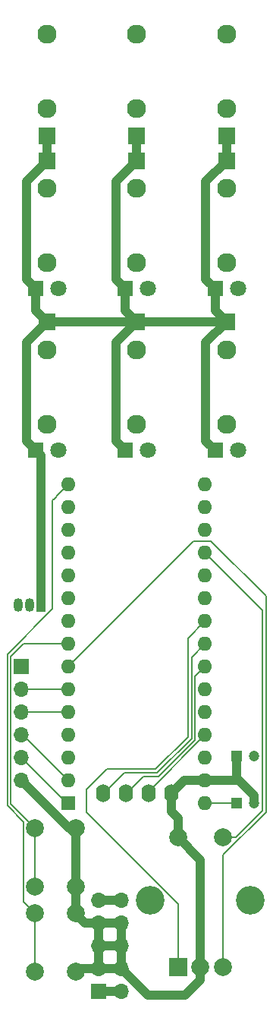
<source format=gbr>
%TF.GenerationSoftware,KiCad,Pcbnew,6.0.11-2627ca5db0~126~ubuntu22.04.1*%
%TF.CreationDate,2023-07-26T01:24:55+03:00*%
%TF.ProjectId,gtoe,67746f65-2e6b-4696-9361-645f70636258,rev?*%
%TF.SameCoordinates,Original*%
%TF.FileFunction,Copper,L1,Top*%
%TF.FilePolarity,Positive*%
%FSLAX46Y46*%
G04 Gerber Fmt 4.6, Leading zero omitted, Abs format (unit mm)*
G04 Created by KiCad (PCBNEW 6.0.11-2627ca5db0~126~ubuntu22.04.1) date 2023-07-26 01:24:55*
%MOMM*%
%LPD*%
G01*
G04 APERTURE LIST*
%TA.AperFunction,ComponentPad*%
%ADD10R,1.930000X1.830000*%
%TD*%
%TA.AperFunction,ComponentPad*%
%ADD11C,2.130000*%
%TD*%
%TA.AperFunction,ComponentPad*%
%ADD12C,2.000000*%
%TD*%
%TA.AperFunction,ComponentPad*%
%ADD13R,1.800000X1.800000*%
%TD*%
%TA.AperFunction,ComponentPad*%
%ADD14C,1.800000*%
%TD*%
%TA.AperFunction,ComponentPad*%
%ADD15O,1.600000X2.000000*%
%TD*%
%TA.AperFunction,ComponentPad*%
%ADD16R,2.000000X2.000000*%
%TD*%
%TA.AperFunction,ComponentPad*%
%ADD17C,3.200000*%
%TD*%
%TA.AperFunction,ComponentPad*%
%ADD18R,1.200000X1.200000*%
%TD*%
%TA.AperFunction,ComponentPad*%
%ADD19C,1.200000*%
%TD*%
%TA.AperFunction,ComponentPad*%
%ADD20R,1.600000X1.600000*%
%TD*%
%TA.AperFunction,ComponentPad*%
%ADD21O,1.600000X1.600000*%
%TD*%
%TA.AperFunction,ComponentPad*%
%ADD22R,1.700000X1.700000*%
%TD*%
%TA.AperFunction,ComponentPad*%
%ADD23O,1.700000X1.700000*%
%TD*%
%TA.AperFunction,ComponentPad*%
%ADD24R,1.050000X1.500000*%
%TD*%
%TA.AperFunction,ComponentPad*%
%ADD25O,1.050000X1.500000*%
%TD*%
%TA.AperFunction,Conductor*%
%ADD26C,0.200000*%
%TD*%
%TA.AperFunction,Conductor*%
%ADD27C,1.000000*%
%TD*%
G04 APERTURE END LIST*
D10*
%TO.P,J9,S*%
%TO.N,GND*%
X124800000Y-52780000D03*
D11*
%TO.P,J9,T*%
%TO.N,Net-(J9-PadT)*%
X124800000Y-41380000D03*
%TO.P,J9,TN*%
%TO.N,Net-(J9-PadTN)*%
X124800000Y-49680000D03*
%TD*%
D12*
%TO.P,SW3,1*%
%TO.N,SHIFT BTN*%
X103450000Y-146000000D03*
X103450000Y-139500000D03*
%TO.P,SW3,2*%
%TO.N,GND*%
X107950000Y-139500000D03*
X107950000Y-146000000D03*
%TD*%
D13*
%TO.P,D5,1,K*%
%TO.N,GND*%
X113530000Y-87800000D03*
D14*
%TO.P,D5,2,A*%
%TO.N,Net-(D5-Pad2)*%
X116070000Y-87800000D03*
%TD*%
D10*
%TO.P,J2,S*%
%TO.N,GND*%
X114800000Y-55520000D03*
D11*
%TO.P,J2,T*%
%TO.N,Net-(J2-PadT)*%
X114800000Y-66920000D03*
%TO.P,J2,TN*%
%TO.N,unconnected-(J2-PadTN)*%
X114800000Y-58620000D03*
%TD*%
D15*
%TO.P,Screen,1,GND*%
%TO.N,GND*%
X118621000Y-126100000D03*
%TO.P,Screen,2,VCC*%
%TO.N,+5V*%
X116081000Y-126100000D03*
%TO.P,Screen,3,SCL*%
%TO.N,I2C SCL*%
X113541000Y-126100000D03*
%TO.P,Screen,4,SDA*%
%TO.N,I2C SDA*%
X111000000Y-126100000D03*
%TD*%
D10*
%TO.P,J5,S*%
%TO.N,GND*%
X114800000Y-73520000D03*
D11*
%TO.P,J5,T*%
%TO.N,Net-(J5-PadT)*%
X114800000Y-84920000D03*
%TO.P,J5,TN*%
%TO.N,unconnected-(J5-PadTN)*%
X114800000Y-76620000D03*
%TD*%
D13*
%TO.P,D4,1,K*%
%TO.N,GND*%
X103530000Y-87800000D03*
D14*
%TO.P,D4,2,A*%
%TO.N,Net-(D4-Pad2)*%
X106070000Y-87800000D03*
%TD*%
D13*
%TO.P,D3,1,K*%
%TO.N,GND*%
X123530000Y-69800000D03*
D14*
%TO.P,D3,2,A*%
%TO.N,Net-(D3-Pad2)*%
X126070000Y-69800000D03*
%TD*%
D10*
%TO.P,J3,S*%
%TO.N,GND*%
X124800000Y-55520000D03*
D11*
%TO.P,J3,T*%
%TO.N,Net-(J3-PadT)*%
X124800000Y-66920000D03*
%TO.P,J3,TN*%
%TO.N,unconnected-(J3-PadTN)*%
X124800000Y-58620000D03*
%TD*%
D13*
%TO.P,D2,1,K*%
%TO.N,GND*%
X113530000Y-69800000D03*
D14*
%TO.P,D2,2,A*%
%TO.N,Net-(D2-Pad2)*%
X116070000Y-69800000D03*
%TD*%
D16*
%TO.P,SW2,A,A*%
%TO.N,ENC_D1*%
X119400000Y-145500000D03*
D12*
%TO.P,SW2,B,B*%
%TO.N,ENC_D2*%
X124400000Y-145500000D03*
%TO.P,SW2,C,C*%
%TO.N,GND*%
X121900000Y-145500000D03*
D17*
%TO.P,SW2,MP*%
%TO.N,N/C*%
X116300000Y-138000000D03*
X127500000Y-138000000D03*
D12*
%TO.P,SW2,S1,S1*%
%TO.N,ENC_BTN*%
X124400000Y-131000000D03*
%TO.P,SW2,S2,S2*%
%TO.N,GND*%
X119400000Y-131000000D03*
%TD*%
D10*
%TO.P,J8,S*%
%TO.N,GND*%
X114800000Y-52780000D03*
D11*
%TO.P,J8,T*%
%TO.N,Net-(J8-PadT)*%
X114800000Y-41380000D03*
%TO.P,J8,TN*%
%TO.N,Net-(J8-PadTN)*%
X114800000Y-49680000D03*
%TD*%
D10*
%TO.P,J6,S*%
%TO.N,GND*%
X124800000Y-73520000D03*
D11*
%TO.P,J6,T*%
%TO.N,Net-(J6-PadT)*%
X124800000Y-84920000D03*
%TO.P,J6,TN*%
%TO.N,unconnected-(J6-PadTN)*%
X124800000Y-76620000D03*
%TD*%
D10*
%TO.P,J1,S*%
%TO.N,GND*%
X104800000Y-55520000D03*
D11*
%TO.P,J1,T*%
%TO.N,Net-(J1-PadT)*%
X104800000Y-66920000D03*
%TO.P,J1,TN*%
%TO.N,unconnected-(J1-PadTN)*%
X104800000Y-58620000D03*
%TD*%
D13*
%TO.P,D6,1,K*%
%TO.N,GND*%
X123530000Y-87800000D03*
D14*
%TO.P,D6,2,A*%
%TO.N,Net-(D6-Pad2)*%
X126070000Y-87800000D03*
%TD*%
D13*
%TO.P,D1,1,K*%
%TO.N,GND*%
X103530000Y-69800000D03*
D14*
%TO.P,D1,2,A*%
%TO.N,Net-(D1-Pad2)*%
X106070000Y-69800000D03*
%TD*%
D10*
%TO.P,J4,S*%
%TO.N,GND*%
X104800000Y-73520000D03*
D11*
%TO.P,J4,T*%
%TO.N,Net-(J4-PadT)*%
X104800000Y-84920000D03*
%TO.P,J4,TN*%
%TO.N,unconnected-(J4-PadTN)*%
X104800000Y-76620000D03*
%TD*%
D10*
%TO.P,J7,S*%
%TO.N,GND*%
X104800000Y-52780000D03*
D11*
%TO.P,J7,T*%
%TO.N,Net-(J7-PadT)*%
X104800000Y-41380000D03*
%TO.P,J7,TN*%
%TO.N,unconnected-(J7-PadTN)*%
X104800000Y-49680000D03*
%TD*%
D12*
%TO.P,SW1,1*%
%TO.N,START STOP BTN*%
X103450000Y-136500000D03*
X103450000Y-130000000D03*
%TO.P,SW1,2*%
%TO.N,GND*%
X107950000Y-130000000D03*
X107950000Y-136500000D03*
%TD*%
D18*
%TO.P,C1,1*%
%TO.N,+12V*%
X125900000Y-127200000D03*
D19*
%TO.P,C1,2*%
%TO.N,GND*%
X127900000Y-127200000D03*
%TD*%
D20*
%TO.P,A1,1,D1/TX*%
%TO.N,Serial Out*%
X107175000Y-127200000D03*
D21*
%TO.P,A1,2,D0/RX*%
%TO.N,Serial In*%
X107175000Y-124660000D03*
%TO.P,A1,3,~{RESET}*%
%TO.N,unconnected-(A1-Pad3)*%
X107175000Y-122120000D03*
%TO.P,A1,4,GND*%
%TO.N,GND*%
X107175000Y-119580000D03*
%TO.P,A1,5,D2*%
%TO.N,DIGITAL INPUT*%
X107175000Y-117040000D03*
%TO.P,A1,6,D3*%
%TO.N,24ppqn OUT*%
X107175000Y-114500000D03*
%TO.P,A1,7,D4*%
%TO.N,ENC_D2*%
X107175000Y-111960000D03*
%TO.P,A1,8,D5*%
%TO.N,START STOP BTN*%
X107175000Y-109420000D03*
%TO.P,A1,9,D6*%
%TO.N,Channel 4*%
X107175000Y-106880000D03*
%TO.P,A1,10,D7*%
%TO.N,Channel 1*%
X107175000Y-104340000D03*
%TO.P,A1,11,D8*%
%TO.N,Channel 2*%
X107175000Y-101800000D03*
%TO.P,A1,12,D9*%
%TO.N,Channel 5*%
X107175000Y-99260000D03*
%TO.P,A1,13,D10*%
%TO.N,Channel 3*%
X107175000Y-96720000D03*
%TO.P,A1,14,D11*%
%TO.N,Channel 6*%
X107175000Y-94180000D03*
%TO.P,A1,15,D12*%
%TO.N,SHIFT BTN*%
X107175000Y-91640000D03*
%TO.P,A1,16,D13*%
%TO.N,unconnected-(A1-Pad16)*%
X122415000Y-91640000D03*
%TO.P,A1,17,3V3*%
%TO.N,unconnected-(A1-Pad17)*%
X122415000Y-94180000D03*
%TO.P,A1,18,AREF*%
%TO.N,unconnected-(A1-Pad18)*%
X122415000Y-96720000D03*
%TO.P,A1,19,A0*%
%TO.N,ENC_BTN*%
X122415000Y-99260000D03*
%TO.P,A1,20,A1*%
%TO.N,unconnected-(A1-Pad20)*%
X122415000Y-101800000D03*
%TO.P,A1,21,A2*%
%TO.N,unconnected-(A1-Pad21)*%
X122415000Y-104340000D03*
%TO.P,A1,22,A3*%
%TO.N,ENC_D1*%
X122415000Y-106880000D03*
%TO.P,A1,23,A4*%
%TO.N,I2C SDA*%
X122415000Y-109420000D03*
%TO.P,A1,24,A5*%
%TO.N,I2C SCL*%
X122415000Y-111960000D03*
%TO.P,A1,25,A6*%
%TO.N,CV2 INPUT*%
X122415000Y-114500000D03*
%TO.P,A1,26,A7*%
%TO.N,CV1 INPUT*%
X122415000Y-117040000D03*
%TO.P,A1,27,+5V*%
%TO.N,+5V*%
X122415000Y-119580000D03*
%TO.P,A1,28,~{RESET}*%
%TO.N,unconnected-(A1-Pad28)*%
X122415000Y-122120000D03*
%TO.P,A1,29,GND*%
%TO.N,GND*%
X122415000Y-124660000D03*
%TO.P,A1,30,VIN*%
%TO.N,+12V*%
X122415000Y-127200000D03*
%TD*%
D22*
%TO.P,J11,1,Pin_1*%
%TO.N,GND*%
X101900000Y-111950000D03*
D23*
%TO.P,J11,2,Pin_2*%
%TO.N,24ppqn OUT*%
X101900000Y-114490000D03*
%TO.P,J11,3,Pin_3*%
%TO.N,DIGITAL INPUT*%
X101900000Y-117030000D03*
%TO.P,J11,4,Pin_4*%
%TO.N,Serial In*%
X101900000Y-119570000D03*
%TO.P,J11,5,Pin_5*%
%TO.N,Serial Out*%
X101900000Y-122110000D03*
%TO.P,J11,6,Pin_6*%
%TO.N,GND*%
X101900000Y-124650000D03*
%TD*%
D18*
%TO.P,C2,1*%
%TO.N,GND*%
X125900000Y-121900000D03*
D19*
%TO.P,C2,2*%
%TO.N,-12V*%
X127900000Y-121900000D03*
%TD*%
D24*
%TO.P,Q1,1,E*%
%TO.N,GND*%
X104100000Y-105100000D03*
D25*
%TO.P,Q1,2,B*%
%TO.N,Net-(D7-Pad1)*%
X102830000Y-105100000D03*
%TO.P,Q1,3,C*%
%TO.N,DIGITAL INPUT*%
X101560000Y-105100000D03*
%TD*%
D22*
%TO.P,J10,1,Pin_1*%
%TO.N,Net-(D12-Pad1)*%
X110525000Y-148160000D03*
D23*
%TO.P,J10,2,Pin_2*%
X113065000Y-148160000D03*
%TO.P,J10,3,Pin_3*%
%TO.N,GND*%
X110525000Y-145620000D03*
%TO.P,J10,4,Pin_4*%
X113065000Y-145620000D03*
%TO.P,J10,5,Pin_5*%
X110525000Y-143080000D03*
%TO.P,J10,6,Pin_6*%
X113065000Y-143080000D03*
%TO.P,J10,7,Pin_7*%
X110525000Y-140540000D03*
%TO.P,J10,8,Pin_8*%
X113065000Y-140540000D03*
%TO.P,J10,9,Pin_9*%
%TO.N,Net-(D13-Pad2)*%
X110525000Y-138000000D03*
%TO.P,J10,10,Pin_10*%
X113065000Y-138000000D03*
%TD*%
D26*
%TO.N,Serial Out*%
X107175000Y-127200000D02*
X106990000Y-127200000D01*
X106990000Y-127200000D02*
X101900000Y-122110000D01*
%TO.N,Serial In*%
X107175000Y-124660000D02*
X102085000Y-119570000D01*
X102085000Y-119570000D02*
X101900000Y-119570000D01*
D27*
%TO.N,GND*%
X124800000Y-55520000D02*
X122500000Y-57820000D01*
X113065000Y-145620000D02*
X116045000Y-148600000D01*
X113530000Y-69800000D02*
X113530000Y-72250000D01*
X112500000Y-86770000D02*
X113530000Y-87800000D01*
X116045000Y-148600000D02*
X120214213Y-148600000D01*
X114800000Y-73520000D02*
X104800000Y-73520000D01*
X104800000Y-73520000D02*
X102500000Y-75820000D01*
X102500000Y-75820000D02*
X102500000Y-86770000D01*
X112500000Y-68770000D02*
X113530000Y-69800000D01*
X102500000Y-57820000D02*
X102500000Y-68770000D01*
X110525000Y-145620000D02*
X110525000Y-143080000D01*
X122415000Y-124660000D02*
X126208528Y-124660000D01*
X110525000Y-140540000D02*
X110525000Y-143080000D01*
X103530000Y-72250000D02*
X104800000Y-73520000D01*
X126208528Y-124660000D02*
X127900000Y-126351472D01*
X124800000Y-73520000D02*
X114800000Y-73520000D01*
X107950000Y-136500000D02*
X107950000Y-130000000D01*
X122415000Y-124660000D02*
X120061000Y-124660000D01*
X113065000Y-143080000D02*
X113065000Y-145620000D01*
X123530000Y-72250000D02*
X124800000Y-73520000D01*
X114800000Y-55520000D02*
X112500000Y-57820000D01*
X122500000Y-57820000D02*
X122500000Y-68770000D01*
X113065000Y-140540000D02*
X110525000Y-140540000D01*
X114800000Y-52780000D02*
X114800000Y-55520000D01*
X102500000Y-86770000D02*
X103530000Y-87800000D01*
X123530000Y-69800000D02*
X123530000Y-72250000D01*
X110525000Y-145620000D02*
X108330000Y-145620000D01*
X121900000Y-145500000D02*
X121900000Y-133500000D01*
X110525000Y-143080000D02*
X113065000Y-143080000D01*
X125900000Y-124351472D02*
X126208528Y-124660000D01*
X124800000Y-52780000D02*
X124800000Y-55520000D01*
X124800000Y-73520000D02*
X122500000Y-75820000D01*
X127900000Y-126351472D02*
X127900000Y-127200000D01*
X121900000Y-133500000D02*
X119400000Y-131000000D01*
X120214213Y-148600000D02*
X121900000Y-146914213D01*
X104100000Y-105100000D02*
X104100000Y-88370000D01*
X121900000Y-146914213D02*
X121900000Y-145500000D01*
X108990000Y-140540000D02*
X107950000Y-139500000D01*
X122500000Y-86770000D02*
X123530000Y-87800000D01*
X103530000Y-69800000D02*
X103530000Y-72250000D01*
X119400000Y-131000000D02*
X119400000Y-128879000D01*
X122500000Y-68770000D02*
X123530000Y-69800000D01*
X112500000Y-57820000D02*
X112500000Y-68770000D01*
X102500000Y-68770000D02*
X103530000Y-69800000D01*
X107950000Y-130000000D02*
X107250000Y-130000000D01*
X122500000Y-75820000D02*
X122500000Y-86770000D01*
X113065000Y-145620000D02*
X110525000Y-145620000D01*
X104800000Y-52780000D02*
X104800000Y-55520000D01*
X113065000Y-143080000D02*
X113065000Y-140540000D01*
X110525000Y-140540000D02*
X108990000Y-140540000D01*
X108330000Y-145620000D02*
X107950000Y-146000000D01*
X112500000Y-75820000D02*
X112500000Y-86770000D01*
X114800000Y-73520000D02*
X112500000Y-75820000D01*
X118621000Y-128100000D02*
X118621000Y-126100000D01*
X119400000Y-128879000D02*
X118621000Y-128100000D01*
X120061000Y-124660000D02*
X118621000Y-126100000D01*
X104100000Y-88370000D02*
X103530000Y-87800000D01*
X107950000Y-139500000D02*
X107950000Y-136500000D01*
X104800000Y-55520000D02*
X102500000Y-57820000D01*
X113530000Y-72250000D02*
X114800000Y-73520000D01*
X125900000Y-121900000D02*
X125900000Y-124351472D01*
X107250000Y-130000000D02*
X101900000Y-124650000D01*
D26*
%TO.N,DIGITAL INPUT*%
X107175000Y-117040000D02*
X101910000Y-117040000D01*
X101910000Y-117040000D02*
X101900000Y-117030000D01*
%TO.N,ENC_D2*%
X123100000Y-98000000D02*
X121135000Y-98000000D01*
X124400000Y-132979899D02*
X129200000Y-128179898D01*
X124400000Y-145500000D02*
X124400000Y-132979899D01*
X129200000Y-128179898D02*
X129200000Y-104100000D01*
X129200000Y-104100000D02*
X123100000Y-98000000D01*
X121135000Y-98000000D02*
X107175000Y-111960000D01*
%TO.N,ENC_D1*%
X116897943Y-123400000D02*
X120514658Y-119783285D01*
X109200000Y-128212994D02*
X109200000Y-125700000D01*
X109200000Y-125700000D02*
X111500000Y-123400000D01*
X111500000Y-123400000D02*
X116897943Y-123400000D01*
X119400000Y-145500000D02*
X119400000Y-138412994D01*
X120514658Y-119783285D02*
X120514658Y-108780342D01*
X119400000Y-138412994D02*
X109200000Y-128212994D01*
X120514658Y-108780342D02*
X122415000Y-106880000D01*
%TO.N,START STOP BTN*%
X103450000Y-136500000D02*
X103450000Y-130000000D01*
X103450000Y-130000000D02*
X100750000Y-127300000D01*
X100750000Y-110800000D02*
X102130000Y-109420000D01*
X100750000Y-127300000D02*
X100750000Y-110800000D01*
X102130000Y-109420000D02*
X107175000Y-109420000D01*
%TO.N,SHIFT BTN*%
X105600000Y-93200000D02*
X105400000Y-93400000D01*
X100350000Y-127465685D02*
X100350000Y-110634314D01*
X107175000Y-91640000D02*
X106075000Y-92740000D01*
X102150000Y-129265686D02*
X100350000Y-127465685D01*
X105400000Y-105500000D02*
X100350000Y-110550000D01*
X105400000Y-103300000D02*
X105400000Y-105500000D01*
X106060000Y-92740000D02*
X105600000Y-93200000D01*
X105400000Y-93400000D02*
X105400000Y-103300000D01*
X103450000Y-139500000D02*
X102150000Y-138200000D01*
X103450000Y-146000000D02*
X103450000Y-139500000D01*
X106075000Y-92740000D02*
X106060000Y-92740000D01*
X102150000Y-138200000D02*
X102150000Y-129265686D01*
%TO.N,24ppqn OUT*%
X107175000Y-114500000D02*
X101910000Y-114500000D01*
X101910000Y-114500000D02*
X101900000Y-114490000D01*
%TO.N,ENC_BTN*%
X128800000Y-105645000D02*
X122415000Y-99260000D01*
X125814213Y-131000000D02*
X128800000Y-128014213D01*
X124400000Y-131000000D02*
X125814213Y-131000000D01*
X128800000Y-128014213D02*
X128800000Y-105645000D01*
%TO.N,I2C SDA*%
X117063629Y-123800000D02*
X113403000Y-123800000D01*
X113403000Y-123800000D02*
X111000000Y-126203000D01*
X122415000Y-109420000D02*
X120914658Y-110920342D01*
X120914658Y-119948971D02*
X117063629Y-123800000D01*
X120914658Y-110920342D02*
X120914658Y-119948971D01*
%TO.N,I2C SCL*%
X122415000Y-111960000D02*
X121314658Y-113060342D01*
X121314658Y-113060342D02*
X121314658Y-120114657D01*
X121314658Y-120114657D02*
X117229315Y-124200000D01*
X117229315Y-124200000D02*
X115543000Y-124200000D01*
X115543000Y-124200000D02*
X113541000Y-126202000D01*
%TO.N,+5V*%
X122415000Y-119580000D02*
X116081000Y-125914000D01*
%TO.N,+12V*%
X125900000Y-127200000D02*
X122415000Y-127200000D01*
D27*
%TO.N,Net-(D12-Pad1)*%
X113065000Y-148160000D02*
X110525000Y-148160000D01*
%TO.N,Net-(D13-Pad2)*%
X113065000Y-138000000D02*
X110525000Y-138000000D01*
%TD*%
M02*

</source>
